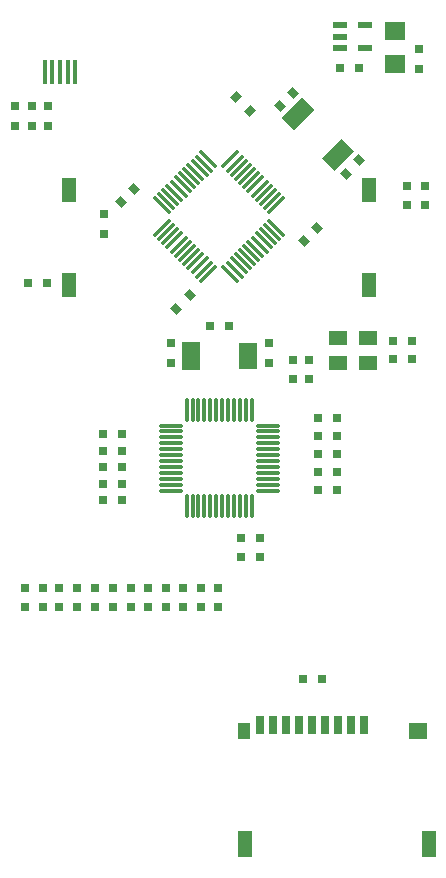
<source format=gtp>
%FSLAX25Y25*%
%MOIN*%
G70*
G01*
G75*
G04 Layer_Color=8421504*
%ADD10C,0.00700*%
%ADD11C,0.01000*%
%ADD12C,0.01700*%
%ADD13C,0.01500*%
%ADD14C,0.02000*%
%ADD15R,0.05906X0.09055*%
%ADD16R,0.05906X0.09449*%
%ADD17O,0.01181X0.08268*%
%ADD18O,0.08268X0.01181*%
%ADD19R,0.05000X0.08000*%
%ADD20R,0.03000X0.02500*%
%ADD21R,0.02500X0.03000*%
%ADD22R,0.06000X0.04921*%
G04:AMPARAMS|DCode=23|XSize=25mil|YSize=30mil|CornerRadius=0mil|HoleSize=0mil|Usage=FLASHONLY|Rotation=225.000|XOffset=0mil|YOffset=0mil|HoleType=Round|Shape=Rectangle|*
%AMROTATEDRECTD23*
4,1,4,-0.00177,0.01945,0.01945,-0.00177,0.00177,-0.01945,-0.01945,0.00177,-0.00177,0.01945,0.0*
%
%ADD23ROTATEDRECTD23*%

G04:AMPARAMS|DCode=24|XSize=25mil|YSize=30mil|CornerRadius=0mil|HoleSize=0mil|Usage=FLASHONLY|Rotation=315.000|XOffset=0mil|YOffset=0mil|HoleType=Round|Shape=Rectangle|*
%AMROTATEDRECTD24*
4,1,4,-0.01945,-0.00177,0.00177,0.01945,0.01945,0.00177,-0.00177,-0.01945,-0.01945,-0.00177,0.0*
%
%ADD24ROTATEDRECTD24*%

%ADD25R,0.07087X0.06299*%
%ADD26R,0.05118X0.02165*%
G04:AMPARAMS|DCode=27|XSize=11.81mil|YSize=82.68mil|CornerRadius=0mil|HoleSize=0mil|Usage=FLASHONLY|Rotation=225.000|XOffset=0mil|YOffset=0mil|HoleType=Round|Shape=Round|*
%AMOVALD27*
21,1,0.07087,0.01181,0.00000,0.00000,315.0*
1,1,0.01181,-0.02506,0.02506*
1,1,0.01181,0.02506,-0.02506*
%
%ADD27OVALD27*%

G04:AMPARAMS|DCode=28|XSize=11.81mil|YSize=82.68mil|CornerRadius=0mil|HoleSize=0mil|Usage=FLASHONLY|Rotation=315.000|XOffset=0mil|YOffset=0mil|HoleType=Round|Shape=Round|*
%AMOVALD28*
21,1,0.07087,0.01181,0.00000,0.00000,45.0*
1,1,0.01181,-0.02506,-0.02506*
1,1,0.01181,0.02506,0.02506*
%
%ADD28OVALD28*%

%ADD29R,0.04331X0.05512*%
%ADD30R,0.02756X0.06299*%
%ADD31R,0.04724X0.08661*%
%ADD32R,0.06299X0.05512*%
%ADD33R,0.01575X0.08465*%
G04:AMPARAMS|DCode=34|XSize=59.06mil|YSize=94.49mil|CornerRadius=0mil|HoleSize=0mil|Usage=FLASHONLY|Rotation=315.000|XOffset=0mil|YOffset=0mil|HoleType=Round|Shape=Rectangle|*
%AMROTATEDRECTD34*
4,1,4,-0.05429,-0.01253,0.01253,0.05429,0.05429,0.01253,-0.01253,-0.05429,-0.05429,-0.01253,0.0*
%
%ADD34ROTATEDRECTD34*%

G04:AMPARAMS|DCode=35|XSize=59.06mil|YSize=90.55mil|CornerRadius=0mil|HoleSize=0mil|Usage=FLASHONLY|Rotation=315.000|XOffset=0mil|YOffset=0mil|HoleType=Round|Shape=Rectangle|*
%AMROTATEDRECTD35*
4,1,4,-0.05289,-0.01114,0.01114,0.05289,0.05289,0.01114,-0.01114,-0.05289,-0.05289,-0.01114,0.0*
%
%ADD35ROTATEDRECTD35*%

%ADD36C,0.00500*%
%ADD37C,0.05906*%
%ADD38R,0.05906X0.05906*%
%ADD39R,0.05906X0.05906*%
%ADD40O,0.06200X0.08000*%
%ADD41C,0.09000*%
%ADD42C,0.07200*%
%ADD43R,0.06200X0.08000*%
%ADD44O,0.03937X0.06693*%
%ADD45C,0.17716*%
%ADD46C,0.02200*%
%ADD47C,0.05000*%
%ADD48C,0.03937*%
%ADD49C,0.00984*%
%ADD50C,0.02362*%
%ADD51C,0.00800*%
%ADD52C,0.00787*%
%ADD53C,0.01200*%
%ADD54R,0.08000X0.02000*%
D15*
X9600Y183900D02*
D03*
D16*
X-9400Y184000D02*
D03*
D17*
X-10827Y133858D02*
D03*
X-8858D02*
D03*
X-6890D02*
D03*
X-4921D02*
D03*
X-2953D02*
D03*
X-984D02*
D03*
X984D02*
D03*
X2953D02*
D03*
X4921D02*
D03*
X6890D02*
D03*
X8858D02*
D03*
X10827D02*
D03*
Y166142D02*
D03*
X8858D02*
D03*
X6890D02*
D03*
X4921D02*
D03*
X2953D02*
D03*
X984D02*
D03*
X-984D02*
D03*
X-2953D02*
D03*
X-4921D02*
D03*
X-6890D02*
D03*
X-8858D02*
D03*
X-10827D02*
D03*
D18*
X16142Y139173D02*
D03*
Y141142D02*
D03*
Y143110D02*
D03*
Y145079D02*
D03*
Y147047D02*
D03*
Y149016D02*
D03*
Y150984D02*
D03*
Y152953D02*
D03*
Y154921D02*
D03*
Y156890D02*
D03*
Y158858D02*
D03*
Y160827D02*
D03*
X-16142D02*
D03*
Y158858D02*
D03*
Y156890D02*
D03*
Y154921D02*
D03*
Y152953D02*
D03*
Y150984D02*
D03*
Y149016D02*
D03*
Y147047D02*
D03*
Y145079D02*
D03*
Y143110D02*
D03*
Y141142D02*
D03*
Y139173D02*
D03*
D19*
X-50000Y207752D02*
D03*
Y239248D02*
D03*
X50000Y239248D02*
D03*
Y207752D02*
D03*
D20*
X-300Y106700D02*
D03*
Y100300D02*
D03*
X-64800D02*
D03*
Y106700D02*
D03*
X-29467D02*
D03*
Y100300D02*
D03*
X-11967D02*
D03*
Y106700D02*
D03*
X-41300D02*
D03*
Y100300D02*
D03*
X-53300D02*
D03*
Y106700D02*
D03*
X-47300Y100300D02*
D03*
Y106700D02*
D03*
X-68000Y267200D02*
D03*
Y260800D02*
D03*
X-62500D02*
D03*
Y267200D02*
D03*
X-57000D02*
D03*
Y260800D02*
D03*
X62500Y234300D02*
D03*
Y240700D02*
D03*
X-6133Y106700D02*
D03*
Y100300D02*
D03*
X-23633Y106700D02*
D03*
Y100300D02*
D03*
X-17800Y106700D02*
D03*
Y100300D02*
D03*
X-35300D02*
D03*
Y106700D02*
D03*
X24500Y182700D02*
D03*
Y176300D02*
D03*
X30000Y182700D02*
D03*
Y176300D02*
D03*
X-58800Y100300D02*
D03*
Y106700D02*
D03*
X16500Y181800D02*
D03*
Y188200D02*
D03*
X-16000D02*
D03*
Y181800D02*
D03*
X-38500Y224800D02*
D03*
Y231200D02*
D03*
X68500Y234300D02*
D03*
Y240700D02*
D03*
X66500Y279800D02*
D03*
Y286200D02*
D03*
D21*
X32800Y163500D02*
D03*
X39200D02*
D03*
X7300Y123500D02*
D03*
X13700D02*
D03*
X-3200Y194000D02*
D03*
X3200D02*
D03*
X-38700Y158000D02*
D03*
X-32300D02*
D03*
Y152500D02*
D03*
X-38700D02*
D03*
Y147000D02*
D03*
X-32300D02*
D03*
Y141500D02*
D03*
X-38700D02*
D03*
X-63700Y208500D02*
D03*
X-57300D02*
D03*
X64200Y183000D02*
D03*
X57800D02*
D03*
X7300Y117000D02*
D03*
X13700D02*
D03*
X32800Y139500D02*
D03*
X39200D02*
D03*
X32800Y151500D02*
D03*
X39200D02*
D03*
X32800Y157500D02*
D03*
X39200D02*
D03*
X32800Y145500D02*
D03*
X39200D02*
D03*
X27800Y76500D02*
D03*
X34200D02*
D03*
X40300Y280000D02*
D03*
X46700D02*
D03*
X-32300Y136000D02*
D03*
X-38700D02*
D03*
X64200Y189000D02*
D03*
X57800D02*
D03*
D22*
X49500Y181750D02*
D03*
X39500D02*
D03*
Y190000D02*
D03*
X49500D02*
D03*
D23*
X20237Y267237D02*
D03*
X24763Y271763D02*
D03*
X42237Y244737D02*
D03*
X46763Y249263D02*
D03*
X-32763Y235237D02*
D03*
X-28237Y239763D02*
D03*
X-14263Y199737D02*
D03*
X-9737Y204263D02*
D03*
X32763Y226763D02*
D03*
X28237Y222237D02*
D03*
D24*
X10263Y265737D02*
D03*
X5737Y270263D02*
D03*
D25*
X58500Y281476D02*
D03*
Y292500D02*
D03*
D26*
X40363Y294240D02*
D03*
Y290500D02*
D03*
Y286760D02*
D03*
X48637D02*
D03*
Y294240D02*
D03*
D27*
X19070Y226742D02*
D03*
X17678Y225350D02*
D03*
X16286Y223958D02*
D03*
X14894Y222566D02*
D03*
X13502Y221174D02*
D03*
X12110Y219782D02*
D03*
X10718Y218390D02*
D03*
X9326Y216998D02*
D03*
X7934Y215606D02*
D03*
X6542Y214214D02*
D03*
X5150Y212822D02*
D03*
X3758Y211430D02*
D03*
X-19070Y234258D02*
D03*
X-17678Y235650D02*
D03*
X-16286Y237042D02*
D03*
X-14894Y238434D02*
D03*
X-13502Y239826D02*
D03*
X-12110Y241218D02*
D03*
X-10718Y242610D02*
D03*
X-9326Y244002D02*
D03*
X-7934Y245394D02*
D03*
X-6542Y246786D02*
D03*
X-5150Y248178D02*
D03*
X-3758Y249570D02*
D03*
D28*
Y211430D02*
D03*
X-5150Y212822D02*
D03*
X-6542Y214214D02*
D03*
X-7934Y215606D02*
D03*
X-9326Y216998D02*
D03*
X-10718Y218390D02*
D03*
X-12110Y219782D02*
D03*
X-13502Y221174D02*
D03*
X-14894Y222566D02*
D03*
X-16286Y223958D02*
D03*
X-17678Y225350D02*
D03*
X-19070Y226742D02*
D03*
X3758Y249570D02*
D03*
X5150Y248178D02*
D03*
X6542Y246786D02*
D03*
X7934Y245394D02*
D03*
X9326Y244002D02*
D03*
X10718Y242610D02*
D03*
X12110Y241218D02*
D03*
X13502Y239826D02*
D03*
X14894Y238434D02*
D03*
X16286Y237042D02*
D03*
X17678Y235650D02*
D03*
X19070Y234258D02*
D03*
D29*
X8396Y59113D02*
D03*
D30*
X13514Y61082D02*
D03*
X17845D02*
D03*
X22176D02*
D03*
X26506D02*
D03*
X30837D02*
D03*
X35168D02*
D03*
X39498D02*
D03*
X43829D02*
D03*
X48160D02*
D03*
D31*
X8593Y21318D02*
D03*
X69813D02*
D03*
D32*
X66270Y59113D02*
D03*
D33*
X-53000Y278559D02*
D03*
X-47882D02*
D03*
X-50441D02*
D03*
X-58118D02*
D03*
X-55559D02*
D03*
D34*
X26353Y264647D02*
D03*
D35*
X39718Y251141D02*
D03*
M02*

</source>
